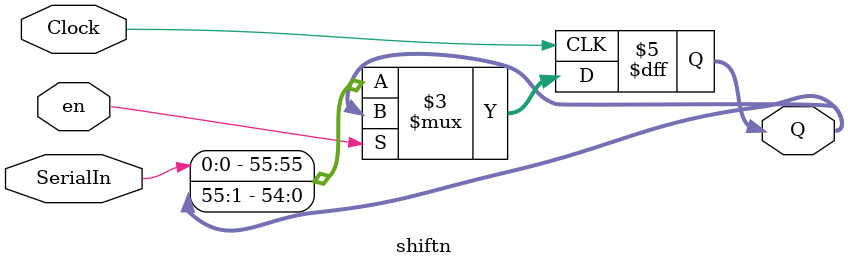
<source format=v>
`timescale 1ns / 1ps


module shiftn (SerialIn, en, Clock, Q);
 parameter n = 56 ;
 input SerialIn;
 input en;
 input Clock;
 output [n-1:0] Q;
 reg [n-1:0] Q;
 
 always @(posedge Clock)
 begin
    if(en==0) Q[n-1:0] <= {SerialIn, Q[n-1:1]};
 end
endmodule
</source>
